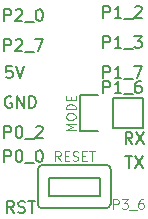
<source format=gbr>
G04 #@! TF.GenerationSoftware,KiCad,Pcbnew,5.1.5-52549c5~84~ubuntu18.04.1*
G04 #@! TF.CreationDate,2020-03-10T10:35:37+01:00*
G04 #@! TF.ProjectId,bm71_MODULE,626d3731-5f4d-44f4-9455-4c452e6b6963,rev?*
G04 #@! TF.SameCoordinates,Original*
G04 #@! TF.FileFunction,Legend,Top*
G04 #@! TF.FilePolarity,Positive*
%FSLAX46Y46*%
G04 Gerber Fmt 4.6, Leading zero omitted, Abs format (unit mm)*
G04 Created by KiCad (PCBNEW 5.1.5-52549c5~84~ubuntu18.04.1) date 2020-03-10 10:35:37*
%MOMM*%
%LPD*%
G04 APERTURE LIST*
%ADD10C,0.150000*%
%ADD11C,0.100000*%
G04 APERTURE END LIST*
D10*
X139914380Y-88082380D02*
X139581047Y-87606190D01*
X139342952Y-88082380D02*
X139342952Y-87082380D01*
X139723904Y-87082380D01*
X139819142Y-87130000D01*
X139866761Y-87177619D01*
X139914380Y-87272857D01*
X139914380Y-87415714D01*
X139866761Y-87510952D01*
X139819142Y-87558571D01*
X139723904Y-87606190D01*
X139342952Y-87606190D01*
X140295333Y-88034761D02*
X140438190Y-88082380D01*
X140676285Y-88082380D01*
X140771523Y-88034761D01*
X140819142Y-87987142D01*
X140866761Y-87891904D01*
X140866761Y-87796666D01*
X140819142Y-87701428D01*
X140771523Y-87653809D01*
X140676285Y-87606190D01*
X140485809Y-87558571D01*
X140390571Y-87510952D01*
X140342952Y-87463333D01*
X140295333Y-87368095D01*
X140295333Y-87272857D01*
X140342952Y-87177619D01*
X140390571Y-87130000D01*
X140485809Y-87082380D01*
X140723904Y-87082380D01*
X140866761Y-87130000D01*
X141152476Y-87082380D02*
X141723904Y-87082380D01*
X141438190Y-88082380D02*
X141438190Y-87082380D01*
X139120761Y-83764380D02*
X139120761Y-82764380D01*
X139501714Y-82764380D01*
X139596952Y-82812000D01*
X139644571Y-82859619D01*
X139692190Y-82954857D01*
X139692190Y-83097714D01*
X139644571Y-83192952D01*
X139596952Y-83240571D01*
X139501714Y-83288190D01*
X139120761Y-83288190D01*
X140311238Y-82764380D02*
X140406476Y-82764380D01*
X140501714Y-82812000D01*
X140549333Y-82859619D01*
X140596952Y-82954857D01*
X140644571Y-83145333D01*
X140644571Y-83383428D01*
X140596952Y-83573904D01*
X140549333Y-83669142D01*
X140501714Y-83716761D01*
X140406476Y-83764380D01*
X140311238Y-83764380D01*
X140216000Y-83716761D01*
X140168380Y-83669142D01*
X140120761Y-83573904D01*
X140073142Y-83383428D01*
X140073142Y-83145333D01*
X140120761Y-82954857D01*
X140168380Y-82859619D01*
X140216000Y-82812000D01*
X140311238Y-82764380D01*
X140835047Y-83859619D02*
X141596952Y-83859619D01*
X142025523Y-82764380D02*
X142120761Y-82764380D01*
X142216000Y-82812000D01*
X142263619Y-82859619D01*
X142311238Y-82954857D01*
X142358857Y-83145333D01*
X142358857Y-83383428D01*
X142311238Y-83573904D01*
X142263619Y-83669142D01*
X142216000Y-83716761D01*
X142120761Y-83764380D01*
X142025523Y-83764380D01*
X141930285Y-83716761D01*
X141882666Y-83669142D01*
X141835047Y-83573904D01*
X141787428Y-83383428D01*
X141787428Y-83145333D01*
X141835047Y-82954857D01*
X141882666Y-82859619D01*
X141930285Y-82812000D01*
X142025523Y-82764380D01*
X139120761Y-81732380D02*
X139120761Y-80732380D01*
X139501714Y-80732380D01*
X139596952Y-80780000D01*
X139644571Y-80827619D01*
X139692190Y-80922857D01*
X139692190Y-81065714D01*
X139644571Y-81160952D01*
X139596952Y-81208571D01*
X139501714Y-81256190D01*
X139120761Y-81256190D01*
X140311238Y-80732380D02*
X140406476Y-80732380D01*
X140501714Y-80780000D01*
X140549333Y-80827619D01*
X140596952Y-80922857D01*
X140644571Y-81113333D01*
X140644571Y-81351428D01*
X140596952Y-81541904D01*
X140549333Y-81637142D01*
X140501714Y-81684761D01*
X140406476Y-81732380D01*
X140311238Y-81732380D01*
X140216000Y-81684761D01*
X140168380Y-81637142D01*
X140120761Y-81541904D01*
X140073142Y-81351428D01*
X140073142Y-81113333D01*
X140120761Y-80922857D01*
X140168380Y-80827619D01*
X140216000Y-80780000D01*
X140311238Y-80732380D01*
X140835047Y-81827619D02*
X141596952Y-81827619D01*
X141787428Y-80827619D02*
X141835047Y-80780000D01*
X141930285Y-80732380D01*
X142168380Y-80732380D01*
X142263619Y-80780000D01*
X142311238Y-80827619D01*
X142358857Y-80922857D01*
X142358857Y-81018095D01*
X142311238Y-81160952D01*
X141739809Y-81732380D01*
X142358857Y-81732380D01*
X139700095Y-78240000D02*
X139604857Y-78192380D01*
X139462000Y-78192380D01*
X139319142Y-78240000D01*
X139223904Y-78335238D01*
X139176285Y-78430476D01*
X139128666Y-78620952D01*
X139128666Y-78763809D01*
X139176285Y-78954285D01*
X139223904Y-79049523D01*
X139319142Y-79144761D01*
X139462000Y-79192380D01*
X139557238Y-79192380D01*
X139700095Y-79144761D01*
X139747714Y-79097142D01*
X139747714Y-78763809D01*
X139557238Y-78763809D01*
X140176285Y-79192380D02*
X140176285Y-78192380D01*
X140747714Y-79192380D01*
X140747714Y-78192380D01*
X141223904Y-79192380D02*
X141223904Y-78192380D01*
X141462000Y-78192380D01*
X141604857Y-78240000D01*
X141700095Y-78335238D01*
X141747714Y-78430476D01*
X141795333Y-78620952D01*
X141795333Y-78763809D01*
X141747714Y-78954285D01*
X141700095Y-79049523D01*
X141604857Y-79144761D01*
X141462000Y-79192380D01*
X141223904Y-79192380D01*
X139763523Y-75652380D02*
X139287333Y-75652380D01*
X139239714Y-76128571D01*
X139287333Y-76080952D01*
X139382571Y-76033333D01*
X139620666Y-76033333D01*
X139715904Y-76080952D01*
X139763523Y-76128571D01*
X139811142Y-76223809D01*
X139811142Y-76461904D01*
X139763523Y-76557142D01*
X139715904Y-76604761D01*
X139620666Y-76652380D01*
X139382571Y-76652380D01*
X139287333Y-76604761D01*
X139239714Y-76557142D01*
X140096857Y-75652380D02*
X140430190Y-76652380D01*
X140763523Y-75652380D01*
X139120761Y-74366380D02*
X139120761Y-73366380D01*
X139501714Y-73366380D01*
X139596952Y-73414000D01*
X139644571Y-73461619D01*
X139692190Y-73556857D01*
X139692190Y-73699714D01*
X139644571Y-73794952D01*
X139596952Y-73842571D01*
X139501714Y-73890190D01*
X139120761Y-73890190D01*
X140073142Y-73461619D02*
X140120761Y-73414000D01*
X140216000Y-73366380D01*
X140454095Y-73366380D01*
X140549333Y-73414000D01*
X140596952Y-73461619D01*
X140644571Y-73556857D01*
X140644571Y-73652095D01*
X140596952Y-73794952D01*
X140025523Y-74366380D01*
X140644571Y-74366380D01*
X140835047Y-74461619D02*
X141596952Y-74461619D01*
X141739809Y-73366380D02*
X142406476Y-73366380D01*
X141977904Y-74366380D01*
X139120761Y-71826380D02*
X139120761Y-70826380D01*
X139501714Y-70826380D01*
X139596952Y-70874000D01*
X139644571Y-70921619D01*
X139692190Y-71016857D01*
X139692190Y-71159714D01*
X139644571Y-71254952D01*
X139596952Y-71302571D01*
X139501714Y-71350190D01*
X139120761Y-71350190D01*
X140073142Y-70921619D02*
X140120761Y-70874000D01*
X140216000Y-70826380D01*
X140454095Y-70826380D01*
X140549333Y-70874000D01*
X140596952Y-70921619D01*
X140644571Y-71016857D01*
X140644571Y-71112095D01*
X140596952Y-71254952D01*
X140025523Y-71826380D01*
X140644571Y-71826380D01*
X140835047Y-71921619D02*
X141596952Y-71921619D01*
X142025523Y-70826380D02*
X142120761Y-70826380D01*
X142216000Y-70874000D01*
X142263619Y-70921619D01*
X142311238Y-71016857D01*
X142358857Y-71207333D01*
X142358857Y-71445428D01*
X142311238Y-71635904D01*
X142263619Y-71731142D01*
X142216000Y-71778761D01*
X142120761Y-71826380D01*
X142025523Y-71826380D01*
X141930285Y-71778761D01*
X141882666Y-71731142D01*
X141835047Y-71635904D01*
X141787428Y-71445428D01*
X141787428Y-71207333D01*
X141835047Y-71016857D01*
X141882666Y-70921619D01*
X141930285Y-70874000D01*
X142025523Y-70826380D01*
D11*
X148329809Y-87737904D02*
X148329809Y-86937904D01*
X148634571Y-86937904D01*
X148710761Y-86976000D01*
X148748857Y-87014095D01*
X148786952Y-87090285D01*
X148786952Y-87204571D01*
X148748857Y-87280761D01*
X148710761Y-87318857D01*
X148634571Y-87356952D01*
X148329809Y-87356952D01*
X149053619Y-86937904D02*
X149548857Y-86937904D01*
X149282190Y-87242666D01*
X149396476Y-87242666D01*
X149472666Y-87280761D01*
X149510761Y-87318857D01*
X149548857Y-87395047D01*
X149548857Y-87585523D01*
X149510761Y-87661714D01*
X149472666Y-87699809D01*
X149396476Y-87737904D01*
X149167904Y-87737904D01*
X149091714Y-87699809D01*
X149053619Y-87661714D01*
X149701238Y-87814095D02*
X150310761Y-87814095D01*
X150844095Y-86937904D02*
X150691714Y-86937904D01*
X150615523Y-86976000D01*
X150577428Y-87014095D01*
X150501238Y-87128380D01*
X150463142Y-87280761D01*
X150463142Y-87585523D01*
X150501238Y-87661714D01*
X150539333Y-87699809D01*
X150615523Y-87737904D01*
X150767904Y-87737904D01*
X150844095Y-87699809D01*
X150882190Y-87661714D01*
X150920285Y-87585523D01*
X150920285Y-87395047D01*
X150882190Y-87318857D01*
X150844095Y-87280761D01*
X150767904Y-87242666D01*
X150615523Y-87242666D01*
X150539333Y-87280761D01*
X150501238Y-87318857D01*
X150463142Y-87395047D01*
D10*
X149352095Y-83272380D02*
X149923523Y-83272380D01*
X149637809Y-84272380D02*
X149637809Y-83272380D01*
X150161619Y-83272380D02*
X150828285Y-84272380D01*
X150828285Y-83272380D02*
X150161619Y-84272380D01*
X149947333Y-82240380D02*
X149614000Y-81764190D01*
X149375904Y-82240380D02*
X149375904Y-81240380D01*
X149756857Y-81240380D01*
X149852095Y-81288000D01*
X149899714Y-81335619D01*
X149947333Y-81430857D01*
X149947333Y-81573714D01*
X149899714Y-81668952D01*
X149852095Y-81716571D01*
X149756857Y-81764190D01*
X149375904Y-81764190D01*
X150280666Y-81240380D02*
X150947333Y-82240380D01*
X150947333Y-81240380D02*
X150280666Y-82240380D01*
X147502761Y-77922380D02*
X147502761Y-76922380D01*
X147883714Y-76922380D01*
X147978952Y-76970000D01*
X148026571Y-77017619D01*
X148074190Y-77112857D01*
X148074190Y-77255714D01*
X148026571Y-77350952D01*
X147978952Y-77398571D01*
X147883714Y-77446190D01*
X147502761Y-77446190D01*
X149026571Y-77922380D02*
X148455142Y-77922380D01*
X148740857Y-77922380D02*
X148740857Y-76922380D01*
X148645619Y-77065238D01*
X148550380Y-77160476D01*
X148455142Y-77208095D01*
X149217047Y-78017619D02*
X149978952Y-78017619D01*
X150645619Y-76922380D02*
X150455142Y-76922380D01*
X150359904Y-76970000D01*
X150312285Y-77017619D01*
X150217047Y-77160476D01*
X150169428Y-77350952D01*
X150169428Y-77731904D01*
X150217047Y-77827142D01*
X150264666Y-77874761D01*
X150359904Y-77922380D01*
X150550380Y-77922380D01*
X150645619Y-77874761D01*
X150693238Y-77827142D01*
X150740857Y-77731904D01*
X150740857Y-77493809D01*
X150693238Y-77398571D01*
X150645619Y-77350952D01*
X150550380Y-77303333D01*
X150359904Y-77303333D01*
X150264666Y-77350952D01*
X150217047Y-77398571D01*
X150169428Y-77493809D01*
X147502761Y-76652380D02*
X147502761Y-75652380D01*
X147883714Y-75652380D01*
X147978952Y-75700000D01*
X148026571Y-75747619D01*
X148074190Y-75842857D01*
X148074190Y-75985714D01*
X148026571Y-76080952D01*
X147978952Y-76128571D01*
X147883714Y-76176190D01*
X147502761Y-76176190D01*
X149026571Y-76652380D02*
X148455142Y-76652380D01*
X148740857Y-76652380D02*
X148740857Y-75652380D01*
X148645619Y-75795238D01*
X148550380Y-75890476D01*
X148455142Y-75938095D01*
X149217047Y-76747619D02*
X149978952Y-76747619D01*
X150121809Y-75652380D02*
X150788476Y-75652380D01*
X150359904Y-76652380D01*
X147502761Y-74112380D02*
X147502761Y-73112380D01*
X147883714Y-73112380D01*
X147978952Y-73160000D01*
X148026571Y-73207619D01*
X148074190Y-73302857D01*
X148074190Y-73445714D01*
X148026571Y-73540952D01*
X147978952Y-73588571D01*
X147883714Y-73636190D01*
X147502761Y-73636190D01*
X149026571Y-74112380D02*
X148455142Y-74112380D01*
X148740857Y-74112380D02*
X148740857Y-73112380D01*
X148645619Y-73255238D01*
X148550380Y-73350476D01*
X148455142Y-73398095D01*
X149217047Y-74207619D02*
X149978952Y-74207619D01*
X150121809Y-73112380D02*
X150740857Y-73112380D01*
X150407523Y-73493333D01*
X150550380Y-73493333D01*
X150645619Y-73540952D01*
X150693238Y-73588571D01*
X150740857Y-73683809D01*
X150740857Y-73921904D01*
X150693238Y-74017142D01*
X150645619Y-74064761D01*
X150550380Y-74112380D01*
X150264666Y-74112380D01*
X150169428Y-74064761D01*
X150121809Y-74017142D01*
X147502761Y-71572380D02*
X147502761Y-70572380D01*
X147883714Y-70572380D01*
X147978952Y-70620000D01*
X148026571Y-70667619D01*
X148074190Y-70762857D01*
X148074190Y-70905714D01*
X148026571Y-71000952D01*
X147978952Y-71048571D01*
X147883714Y-71096190D01*
X147502761Y-71096190D01*
X149026571Y-71572380D02*
X148455142Y-71572380D01*
X148740857Y-71572380D02*
X148740857Y-70572380D01*
X148645619Y-70715238D01*
X148550380Y-70810476D01*
X148455142Y-70858095D01*
X149217047Y-71667619D02*
X149978952Y-71667619D01*
X150169428Y-70667619D02*
X150217047Y-70620000D01*
X150312285Y-70572380D01*
X150550380Y-70572380D01*
X150645619Y-70620000D01*
X150693238Y-70667619D01*
X150740857Y-70762857D01*
X150740857Y-70858095D01*
X150693238Y-71000952D01*
X150121809Y-71572380D01*
X150740857Y-71572380D01*
X150876000Y-80899000D02*
X150876000Y-78359000D01*
X148336000Y-80899000D02*
X150876000Y-80899000D01*
X145516000Y-81179000D02*
X145516000Y-78079000D01*
X147066000Y-81179000D02*
X145516000Y-81179000D01*
X148336000Y-78359000D02*
X148336000Y-80899000D01*
X145516000Y-78079000D02*
X147066000Y-78079000D01*
X148336000Y-78359000D02*
X150876000Y-78359000D01*
X147730200Y-84002000D02*
X142357800Y-84002000D01*
X147680200Y-87702000D02*
X142307800Y-87702000D01*
X141957800Y-84402000D02*
G75*
G02X142357800Y-84002000I400000J0D01*
G01*
X147730200Y-84002000D02*
G75*
G02X148130200Y-84402000I0J-400000D01*
G01*
X148129644Y-87274372D02*
G75*
G02X147680200Y-87702000I-449444J22372D01*
G01*
X142307800Y-87702000D02*
G75*
G02X141957800Y-87352000I0J350000D01*
G01*
X147193000Y-85090000D02*
X147193000Y-86614000D01*
X142875000Y-85090000D02*
X147193000Y-85090000D01*
X142875000Y-86614000D02*
X142875000Y-85090000D01*
X147193000Y-86614000D02*
X142875000Y-86614000D01*
X141957800Y-84402000D02*
X141957800Y-87352000D01*
X148130200Y-87302000D02*
X148130200Y-84402000D01*
D11*
X145141904Y-81076619D02*
X144341904Y-81076619D01*
X144913333Y-80809952D01*
X144341904Y-80543285D01*
X145141904Y-80543285D01*
X144341904Y-80009952D02*
X144341904Y-79857571D01*
X144380000Y-79781380D01*
X144456190Y-79705190D01*
X144608571Y-79667095D01*
X144875238Y-79667095D01*
X145027619Y-79705190D01*
X145103809Y-79781380D01*
X145141904Y-79857571D01*
X145141904Y-80009952D01*
X145103809Y-80086142D01*
X145027619Y-80162333D01*
X144875238Y-80200428D01*
X144608571Y-80200428D01*
X144456190Y-80162333D01*
X144380000Y-80086142D01*
X144341904Y-80009952D01*
X145141904Y-79324238D02*
X144341904Y-79324238D01*
X144341904Y-79133761D01*
X144380000Y-79019476D01*
X144456190Y-78943285D01*
X144532380Y-78905190D01*
X144684761Y-78867095D01*
X144799047Y-78867095D01*
X144951428Y-78905190D01*
X145027619Y-78943285D01*
X145103809Y-79019476D01*
X145141904Y-79133761D01*
X145141904Y-79324238D01*
X144722857Y-78524238D02*
X144722857Y-78257571D01*
X145141904Y-78143285D02*
X145141904Y-78524238D01*
X144341904Y-78524238D01*
X144341904Y-78143285D01*
X143872095Y-83673904D02*
X143605428Y-83292952D01*
X143414952Y-83673904D02*
X143414952Y-82873904D01*
X143719714Y-82873904D01*
X143795904Y-82912000D01*
X143834000Y-82950095D01*
X143872095Y-83026285D01*
X143872095Y-83140571D01*
X143834000Y-83216761D01*
X143795904Y-83254857D01*
X143719714Y-83292952D01*
X143414952Y-83292952D01*
X144214952Y-83254857D02*
X144481619Y-83254857D01*
X144595904Y-83673904D02*
X144214952Y-83673904D01*
X144214952Y-82873904D01*
X144595904Y-82873904D01*
X144900666Y-83635809D02*
X145014952Y-83673904D01*
X145205428Y-83673904D01*
X145281619Y-83635809D01*
X145319714Y-83597714D01*
X145357809Y-83521523D01*
X145357809Y-83445333D01*
X145319714Y-83369142D01*
X145281619Y-83331047D01*
X145205428Y-83292952D01*
X145053047Y-83254857D01*
X144976857Y-83216761D01*
X144938761Y-83178666D01*
X144900666Y-83102476D01*
X144900666Y-83026285D01*
X144938761Y-82950095D01*
X144976857Y-82912000D01*
X145053047Y-82873904D01*
X145243523Y-82873904D01*
X145357809Y-82912000D01*
X145700666Y-83254857D02*
X145967333Y-83254857D01*
X146081619Y-83673904D02*
X145700666Y-83673904D01*
X145700666Y-82873904D01*
X146081619Y-82873904D01*
X146310190Y-82873904D02*
X146767333Y-82873904D01*
X146538761Y-83673904D02*
X146538761Y-82873904D01*
M02*

</source>
